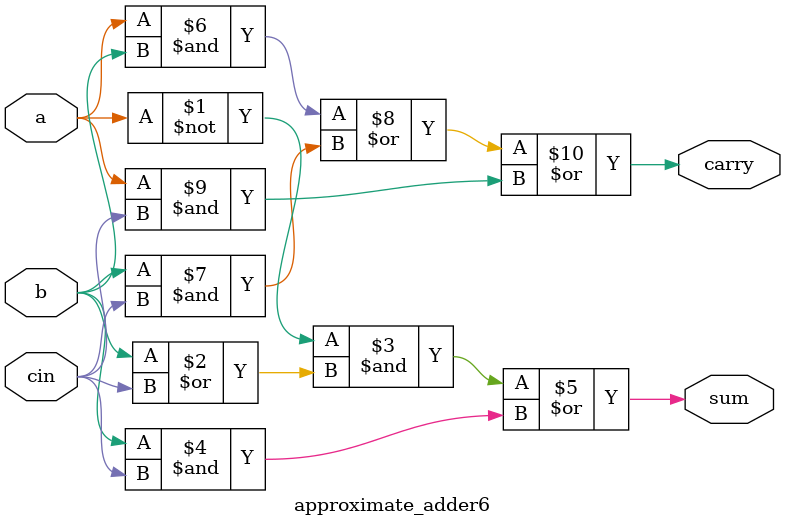
<source format=v>


module approximate_adder6 (input a,b,cin,
                          output sum,carry);

  assign sum = ((~a)&(b|cin))|(b&cin);
  assign carry = (a&b)|(b&cin)|(a&cin);
endmodule
</source>
